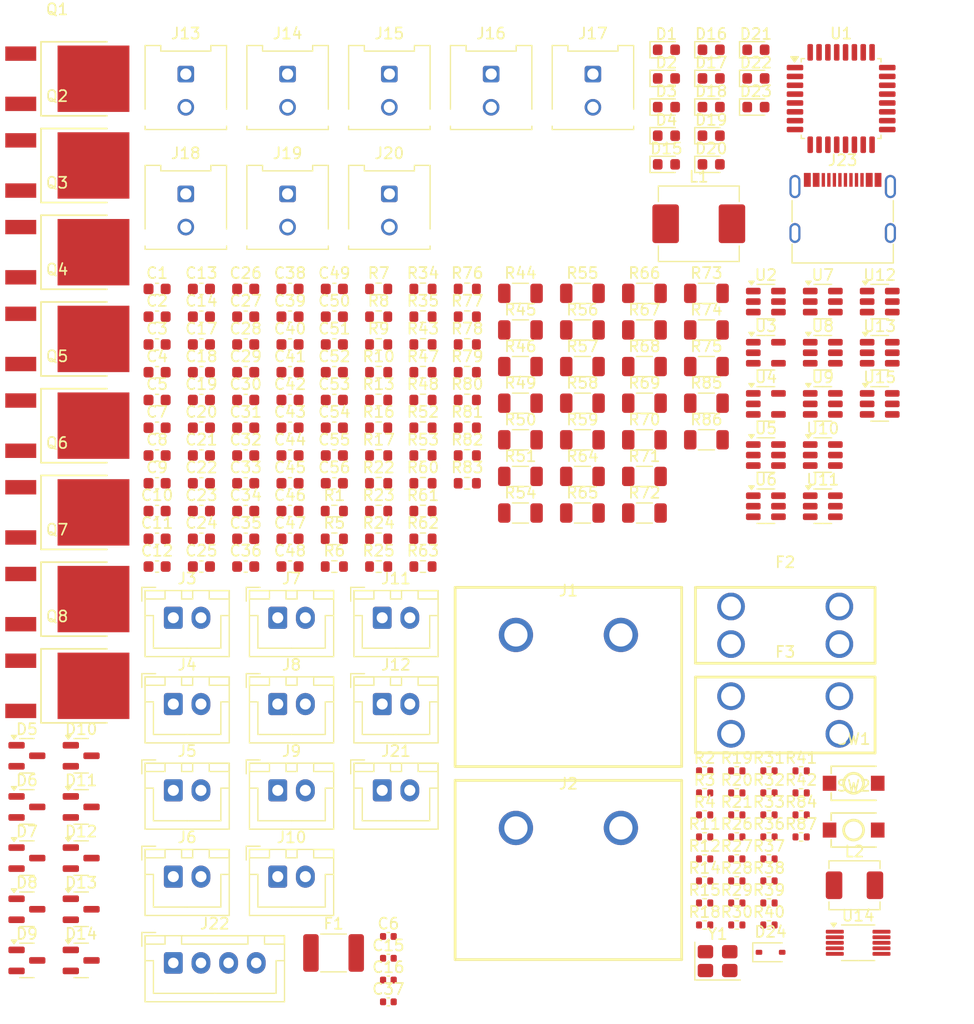
<source format=kicad_pcb>
(kicad_pcb (version 20241229) (generator "pcbnew") (generator_version "9.0")
  (layers (0 "F.Cu" signal) (2 "B.Cu" signal) (13 "F.Paste" user) (15 "B.Paste" user) (5 "F.SilkS" user "F.Silkscreen") (7 "B.SilkS" user "B.Silkscreen") (1 "F.Mask" user) (3 "B.Mask" user) (25 "Edge.Cuts" user))
  (net 0 "")
  (net 1 "+24V")
  (net 2 "GND")
  (net 3 "Net-(U2-BOOT)")
  (net 4 "Net-(U2-SW)")
  (net 5 "+5V")
  (net 6 "Net-(U2-FB)")
  (net 7 "Net-(C6-Pad1)")
  (net 8 "+3.3VA")
  (net 9 "+3.3V")
  (net 10 "Net-(U1-PF0)")
  (net 11 "Net-(U1-PF1)")
  (net 12 "RST")
  (net 13 "TH0")
  (net 14 "TH1")
  (net 15 "TH2")
  (net 16 "TH3")
  (net 17 "TH4")
  (net 18 "TH5")
  (net 19 "TH6")
  (net 20 "TH7")
  (net 21 "TH8")
  (net 22 "TH9")
  (net 23 "Net-(U6-SW)")
  (net 24 "Net-(U6-BOOT)")
  (net 25 "+12V")
  (net 26 "Net-(U6-FB)")
  (net 27 "Net-(C37-Pad1)")
  (net 28 "VBUS")
  (net 29 "Net-(D1-A)")
  (net 30 "Net-(D2-A)")
  (net 31 "Net-(D3-A)")
  (net 32 "Net-(D4-A)")
  (net 33 "Net-(D5-K-Pad3)")
  (net 34 "Net-(D6-K-Pad3)")
  (net 35 "Net-(D7-K-Pad3)")
  (net 36 "Net-(D8-K-Pad3)")
  (net 37 "Net-(D9-K-Pad3)")
  (net 38 "Net-(D10-K-Pad3)")
  (net 39 "Net-(D11-K-Pad3)")
  (net 40 "Net-(D12-K-Pad3)")
  (net 41 "Net-(D13-K-Pad3)")
  (net 42 "Net-(D14-K-Pad3)")
  (net 43 "Net-(D15-A)")
  (net 44 "Net-(D16-K)")
  (net 45 "Net-(D16-A)")
  (net 46 "Net-(D17-A)")
  (net 47 "Net-(D17-K)")
  (net 48 "Net-(D18-K)")
  (net 49 "Net-(D18-A)")
  (net 50 "Net-(D19-A)")
  (net 51 "Net-(D19-K)")
  (net 52 "Net-(D20-A)")
  (net 53 "Net-(D20-K)")
  (net 54 "Net-(D21-K)")
  (net 55 "Net-(D21-A)")
  (net 56 "Net-(D22-A)")
  (net 57 "Net-(D22-K)")
  (net 58 "Net-(D23-A)")
  (net 59 "Net-(D23-K)")
  (net 60 "Net-(F1-Pad1)")
  (net 61 "Net-(J1-Pin_1)")
  (net 62 "Net-(J2-Pin_1)")
  (net 63 "Net-(J3-Pin_2)")
  (net 64 "Net-(J4-Pin_2)")
  (net 65 "Net-(J5-Pin_2)")
  (net 66 "Net-(J6-Pin_2)")
  (net 67 "Net-(J7-Pin_2)")
  (net 68 "Net-(J8-Pin_2)")
  (net 69 "Net-(J9-Pin_2)")
  (net 70 "Net-(J10-Pin_2)")
  (net 71 "Net-(J11-Pin_2)")
  (net 72 "Net-(J12-Pin_2)")
  (net 73 "RX")
  (net 74 "TX")
  (net 75 "SWCLK")
  (net 76 "SWDIO")
  (net 77 "D_-")
  (net 78 "D_+")
  (net 79 "CC1")
  (net 80 "CC2")
  (net 81 "Net-(Q1-G)")
  (net 82 "Net-(Q2-G)")
  (net 83 "Net-(Q3-G)")
  (net 84 "Net-(Q4-G)")
  (net 85 "Net-(Q5-G)")
  (net 86 "Net-(Q6-G)")
  (net 87 "Net-(Q7-G)")
  (net 88 "Net-(Q8-G)")
  (net 89 "BOOT")
  (net 90 "Net-(R9-Pad2)")
  (net 91 "Net-(U5-OUTH)")
  (net 92 "Net-(R44-Pad2)")
  (net 93 "Net-(U5-OUTL)")
  (net 94 "Net-(R49-Pad2)")
  (net 95 "Net-(U7-OUTH)")
  (net 96 "Net-(U7-OUTL)")
  (net 97 "Net-(R54-Pad2)")
  (net 98 "Net-(U8-OUTH)")
  (net 99 "Net-(U8-OUTL)")
  (net 100 "Net-(U9-OUTH)")
  (net 101 "Net-(R56-Pad2)")
  (net 102 "Net-(U9-OUTL)")
  (net 103 "Net-(U10-OUTH)")
  (net 104 "Net-(R64-Pad2)")
  (net 105 "Net-(U10-OUTL)")
  (net 106 "Net-(R66-Pad2)")
  (net 107 "Net-(U11-OUTH)")
  (net 108 "Net-(U11-OUTL)")
  (net 109 "Net-(U12-OUTH)")
  (net 110 "Net-(R68-Pad2)")
  (net 111 "Net-(U12-OUTL)")
  (net 112 "Net-(R70-Pad2)")
  (net 113 "Net-(U13-OUTH)")
  (net 114 "Net-(U13-OUTL)")
  (net 115 "Net-(U14-TXD)")
  (net 116 "Net-(U14-RXD)")
  (net 117 "HEATER7")
  (net 118 "HEATER6")
  (net 119 "HEATER0")
  (net 120 "HEATER1")
  (net 121 "HEATER3")
  (net 123 "HEATER2")
  (net 124 "HEATER5")
  (net 125 "HEATER4")
  (footprint "Resistor_SMD:R_0402_1005Metric" (layer "F.Cu") (at 157.4775 105.43)
    (property "Reference" "R87")
    (property "Value" "5.1K")
  )
  (footprint "Package_TO_SOT_SMD:SOT-23-6" (layer "F.Cu") (at 154.2875 70.91)
    (property "Reference" "U5")
    (property "Value" "UCC27511ADBV")
  )
  (footprint "LED_SMD:LED_0603_1608Metric" (layer "F.Cu") (at 153.3875 39.45)
    (property "Reference" "D23")
    (property "Value" "LED")
  )
  (footprint "Connector_JST:JST_XH_B2B-XH-A_1x02_P2.50mm_Vertical" (layer "F.Cu") (at 110.1175 93.42)
    (property "Reference" "J8")
    (property "Value" "TH5")
  )
  (footprint "Resistor_SMD:R_0603_1608Metric" (layer "F.Cu") (at 123.2575 75.97)
    (property "Reference" "R61")
    (property "Value" "100k")
  )
  (footprint "Resistor_SMD:R_0603_1608Metric" (layer "F.Cu") (at 119.2475 75.97)
    (property "Reference" "R23")
    (property "Value" "4.7k")
  )
  (footprint "Capacitor_SMD:C_0603_1608Metric" (layer "F.Cu") (at 99.1975 75.97)
    (property "Reference" "C10")
    (property "Value" "1uF")
  )
  (footprint "Connector_JST:JST_XH_B2B-XH-A_1x02_P2.50mm_Vertical" (layer "F.Cu") (at 119.5675 85.62)
    (property "Reference" "J11")
    (property "Value" "TH6")
  )
  (footprint "Resistor_SMD:R_1206_3216Metric" (layer "F.Cu") (at 137.6875 56.29)
    (property "Reference" "R55")
    (property "Value" "12")
  )
  (footprint "Resistor_SMD:R_0603_1608Metric" (layer "F.Cu") (at 119.2475 65.93)
    (property "Reference" "R13")
    (property "Value" "4.7k")
  )
  (footprint "Resistor_SMD:R_0402_1005Metric" (layer "F.Cu") (at 151.6575 113.39)
    (property "Reference" "R30")
    (property "Value" "2.37k")
  )
  (footprint "Resistor_SMD:R_1206_3216Metric" (layer "F.Cu") (at 148.9075 69.53)
    (property "Reference" "R86")
    (property "Value" "0")
  )
  (footprint "Resistor_SMD:R_0603_1608Metric" (layer "F.Cu") (at 119.2475 60.91)
    (property "Reference" "R9")
    (property "Value" "1k")
  )
  (footprint "Resistor_SMD:R_0603_1608Metric" (layer "F.Cu") (at 123.2575 70.95)
    (property "Reference" "R53")
    (property "Value" "4.7k")
  )
  (footprint "Resistor_SMD:R_0402_1005Metric" (layer "F.Cu") (at 151.6575 105.43)
    (property "Reference" "R26")
    (property "Value" "2.37k")
  )
  (footprint "LED_SMD:LED_0603_1608Metric" (layer "F.Cu") (at 149.3375 34.27)
    (property "Reference" "D16")
    (property "Value" "LED")
  )
  (footprint "Resistor_SMD:R_0402_1005Metric" (layer "F.Cu") (at 151.6575 109.41)
    (property "Reference" "R28")
    (property "Value" "2.37k")
  )
  (footprint "Capacitor_SMD:C_0603_1608Metric" (layer "F.Cu") (at 99.1975 70.95)
    (property "Reference" "C8")
    (property "Value" "0.1uF")
  )
  (footprint "Package_TO_SOT_SMD:SOT-23-6" (layer "F.Cu") (at 159.4375 61.66)
    (property "Reference" "U8")
    (property "Value" "UCC27511ADBV")
  )
  (footprint "Resistor_SMD:R_0603_1608Metric" (layer "F.Cu") (at 123.2575 68.44)
    (property "Reference" "R52")
    (property "Value" "100k")
  )
  (footprint "Package_TO_SOT_SMD:SOT-23-6" (layer "F.Cu") (at 159.4375 66.285)
    (property "Reference" "U9")
    (property "Value" "UCC27511ADBV")
  )
  (footprint "Resistor_SMD:R_1206_3216Metric" (layer "F.Cu") (at 137.6875 59.6)
    (property "Reference" "R56")
    (property "Value" "68")
  )
  (footprint "Resistor_SMD:R_0603_1608Metric" (layer "F.Cu") (at 123.2575 63.42)
    (property "Reference" "R47")
    (property "Value" "4.7k")
  )
  (footprint "LED_SMD:LED_0603_1608Metric" (layer "F.Cu") (at 149.3375 42.04)
    (property "Reference" "D19")
    (property "Value" "LED")
  )
  (footprint "Resistor_SMD:R_0603_1608Metric" (layer "F.Cu") (at 127.2675 68.44)
    (property "Reference" "R81")
    (property "Value" "4.7k")
  )
  (footprint "Capacitor_SMD:C_0603_1608Metric" (layer "F.Cu") (at 115.2375 68.44)
    (property "Reference" "C54")
    (property "Value" "0.1uF")
  )
  (footprint "Resistor_SMD:R_0603_1608Metric" (layer "F.Cu") (at 115.2375 80.99)
    (property "Reference" "R6")
    (property "Value" "1k")
  )
  (footprint "Connector_Molex:Molex_Micro-Fit_3.0_43045-0212_2x01_P3.00mm_Vertical" (layer "F.Cu") (at 101.7975 36.47)
    (property "Reference" "J13")
    (property "Value" "HEATER0")
  )
  (footprint "Capacitor_SMD:C_0603_1608Metric" (layer "F.Cu") (at 99.1975 78.48)
    (property "Reference" "C11")
    (property "Value" "0.1uF")
  )
  (footprint "LED_SMD:LED_0603_1608Metric" (layer "F.Cu") (at 145.2875 34.27)
    (property "Reference" "D1")
    (property "Value" "LED")
  )
  (footprint "Capacitor_SMD:C_0603_1608Metric" (layer "F.Cu") (at 111.2275 65.93)
    (property "Reference" "C42")
    (property "Value" "0.1uF")
  )
  (footprint "Resistor_SMD:R_0402_1005Metric" (layer "F.Cu") (at 151.6575 101.45)
    (property "Reference" "R20")
    (property "Value" "2.37k")
  )
  (footprint "Resistor_SMD:R_0603_1608Metric" (layer "F.Cu") (at 119.2475 70.95)
    (property "Reference" "R17")
    (property "Value" "4.7k")
  )
  (footprint "Resistor_SMD:R_0402_1005Metric" (layer "F.Cu") (at 154.5675 103.44)
    (property "Reference" "R33")
    (property "Value" "2.37k")
  )
  (footprint "Package_TO_SOT_SMD:SOT-23-5" (layer "F.Cu") (at 154.2875 61.66)
    (property "Reference" "U3")
    (property "Value" "TLV73333PDBV")
  )
  (footprint "Capacitor_SMD:C_0603_1608Metric" (layer "F.Cu") (at 111.2275 55.89)
    (property "Reference" "C38")
    (property "Value" "22uF")
  )
  (footprint "easyeda2kicad:TO-252-2_L6.6-W6.1-P4.57-LS9.9-TL-CW" (layer "F.Cu") (at 90.1525 68.25)
    (property "Reference" "Q5")
    (property "Value" "AOD4184A")
  )
  (footprint "Resistor_SMD:R_0603_1608Metric" (layer "F.Cu") (at 127.2675 73.46)
    (property "Reference" "R83")
    (property "Value" "4.7k")
  )
  (footprint "Resistor_SMD:R_1206_3216Metric" (layer "F.Cu") (at 137.6875 62.91)
    (property "Reference" "R57")
    (property "Value" "12")
  )
  (footprint "Resistor_SMD:R_0402_1005Metric" (layer "F.Cu") (at 148.7475 107.42)
    (property "Reference" "R12")
    (property "Value" "2.37k")
  )
  (footprint "Resistor_SMD:R_0603_1608Metric" (layer "F.Cu") (at 127.2675 58.4)
    (property "Reference" "R77")
    (property "Value" "100k")
  )
  (footprint "Capacitor_SMD:C_0603_1608Metric" (layer "F.Cu") (at 107.2175 73.46)
    (property "Reference" "C33")
    (property "Value" "10uF")
  )
  (footprint "LED_SMD:LED_0603_1608Metric" (layer "F.Cu") (at 149.3375 39.45)
    (property "Reference" "D18")
    (property "Value" "LED")
  )
  (footprint "Capacitor_SMD:C_0603_1608Metric" (layer "F.Cu") (at 115.2375 58.4)
    (property "Reference" "C50")
    (property "Value" "10uF")
  )
  (footprint "Package_TO_SOT_SMD:SOT-23" (layer "F.Cu") (at 92.3275 107.345)
    (property "Reference" "D12")
    (property "Value" "BAV99")
  )
  (footprint "Connector_JST:JST_XH_B2B-XH-A_1x02_P2.50mm_Vertical" (layer "F.Cu") (at 119.5675 101.22)
    (property "Reference" "J21")
    (property "Value" "UART")
  )
  (footprint "Package_TO_SOT_SMD:SOT-23" (layer "F.Cu") (at 87.4175 98.095)
    (property "Reference" "D5")
    (property "Value" "BAV99")
  )
  (footprint "Capacitor_SMD:C_0603_1608Metric" (layer "F.Cu") (at 99.1975 60.91)
    (property "Reference" "C3")
    (property "Value" "0.1uF")
  )
  (footprint "Resistor_SMD:R_1206_3216Metric" (layer "F.Cu") (at 143.2975 76.15)
    (property "Reference" "R72")
    (property "Value" "0")
  )
  (footprint "Capacitor_SMD:C_0603_1608Metric" (layer "F.Cu") (at 99.1975 63.42)
    (property "Reference" "C4")
    (property "Value" "22uF")
  )
  (footprint "Resistor_SMD:R_1206_3216Metric" (layer "F.Cu") (at 137.6875 69.53)
    (property "Reference" "R59")
    (property "Value" "0")
  )
  (footprint "Resistor_SMD:R_1206_3216Metric" (layer "F.Cu") (at 143.2975 62.91)
    (property "Reference" "R68")
    (property "Value" "68")
  )
  (footprint "Connector_JST:JST_XH_B4B-XH-A_1x04_P2.50mm_Vertical" (layer "F.Cu") (at 100.6675 116.82)
    (property "Reference" "J22")
    (property "Value" "SWD")
  )
  (footprint "Resistor_SMD:R_0402_1005Metric" (layer "F.Cu") (at 154.5675 111.4)
    (property "Reference" "R39")
    (property "Value" "2.37k")
  )
  (footprint "Capacitor_SMD:C_0603_1608Metric" (layer "F.Cu") (at 99.1975 68.44)
    (property "Reference" "C7")
    (property "Value" "0.1uF")
  )
  (footprint "LED_SMD:LED_0603_1608Metric" (layer "F.Cu") (at 149.3375 44.63)
    (property "Reference" "D20")
    (property "Value" "LED")
  )
  (footprint "Connector_Molex:Molex_Micro-Fit_3.0_43045-0212_2x01_P3.00mm_Vertical" (layer "F.Cu") (at 129.4275 36.47)
    (property "Reference" "J16")
    (property "Value" "HEATER3")
  )
  (footprint "Resistor_SMD:R_0603_1608Metric" (layer "F.Cu") (at 127.2675 63.42)
    (property "Reference" "R79")
    (property "Value" "100k")
  )
  (footprint "Capacitor_SMD:C_0402_1005Metric" (layer "F.Cu") (at 120.1275 120.34)
    (property "Reference" "C37")
    (property "Value" "75pF")
  )
  (footprint "Capacitor_SMD:C_0603_1608Metric" (layer "F.Cu") (at 103.2075 70.95)
    (property "Reference" "C21")
    (property "Value" "1uF")
  )
  (footprint "Connector_JST:JST_XH_B2B-XH-A_1x02_P2.50mm_Vertical" (layer "F.Cu") (at 110.1175 85.62)
    (property "Reference" "J7")
    (property "Value" "TH4")
  )
  (footprint "Resistor_SMD:R_0603_1608Metric" (layer "F.Cu") (at 115.2375 75.97)
    (property "Reference" "R1")
    (property "Value" "4.7k")
  )
  (footprint "LED_SMD:LED_0603_1608Metric" (layer "F.Cu") (at 145.2875 36.86)
    (property "Reference" "D2")
    (property "Value" "LED")
  )
  (footprint "Capacitor_SMD:C_0603_1608Metric" (layer "F.Cu") (at 99.1975 65.93)
    (property "Reference" "C5")
    (property "Value" "22uF")
  )
  (footprint "Connector_JST:JST_XH_B2B-XH-A_1x02_P2.50mm_Vertical" (layer "F.Cu") (at 110.1175 101.22)
    (property "Reference" "J9")
    (property "Value" "TH6")
  )
  (footprint "Resistor_SMD:R_0402_1005Metric" (layer "F.Cu") (at 154.5675 107.42)
    (property "Reference" "R37")
    (property "Value" "2.37k")
  )
  (footprint "Package_TO_SOT_SMD:SOT-23-6" (layer "F.Cu") (at 164.5875 57.035)
    (property "Reference" "U12")
    (property "Value" "UCC27511ADBV")
  )
  (footprint "Package_TO_SOT_SMD:SOT-23-6" (layer "F.Cu") (at 159.4375 57.035)
    (property "Reference" "U7")
    (property "Value" "UCC27511ADBV")
  )
  (footprint "Crystal:Crystal_SMD_3225-4Pin_3.2x2.5mm" (layer "F.Cu") (at 149.9175 116.66)
    (property "Reference" "Y1")
    (property "Value" "24MHz")
  )
  (footprint "Capacitor_SMD:C_0603_1608Metric" (layer "F.Cu") (at 103.2075 60.91)
    (property "Reference" "C17")
    (property "Value" "0.1uF")
  )
  (footprint "LED_SMD:LED_0603_1608Metric" (layer "F.Cu") (at 145.2875 42.04)
    (property "Reference" "D4")
    (property "Value" "LED")
  )
  (footprint "Capacitor_SMD:C_0603_1608Metric" (layer "F.Cu") (at 111.2275 75.97)
    (property "Reference" "C46")
    (property "Value" "0.1uF")
  )
  (footprint "Resistor_SMD:R_0603_1608Metric" (layer "F.Cu") (at 119.2475 68.44)
    (property "Reference" "R16")
    (property "Value" "4.7k")
  )
  (footprint "Capacitor_SMD:C_0402_1005Metric" (layer "F.Cu") (at 120.1275 114.43)
    (property "Reference" "C6")
    (property "Value" "75pF")
  )
  (footprint "Connector_Molex:Molex_Micro-Fit_3.0_43045-0212_2x01_P3.00mm_Vertical" (layer "F.Cu") (at 120.2175 47.3)
    (property "Reference" "J20")
    (property "Value" "HEATER7")
  )
  (footprint "Capacitor_SMD:C_0603_1608Metric" (layer "F.Cu") (at 103.2075 75.97)
    (property "Reference" "C23")
    (property "Value" "0.1uF")
  )
  (footprint "Resistor_SMD:R_0402_1005Metric" (layer "F.Cu") (at 157.4775 101.45)
    (property "Reference" "R42")
    (property "Value" "5.23k")
  )
  (footprint "Resistor_SMD:R_0603_1608Metric" (layer "F.Cu") (at 119.2475 63.42)
    (property "Reference" "R10")
    (property "Value" "4.7k")
  )
  (footprint "easyeda2kicad:TO-252-2_L6.6-W6.1-P4.57-LS9.9-TL-CW" (layer "F.Cu") (at 90.1525 83.93)
    (property "Reference" "Q7")
    (property "Value" "AOD4184A")
  )
  (footprint "Capacitor_SMD:C_0603_1608Metric" (layer "F.Cu") (at 111.2275 73.46)
    (property "Reference" "C45")
    (property "Value" "0.1uF")
  )
  (footprint "easyeda2kicad:CONN-TH_2P-P9.50_DBT50G-9.5-2P" (layer "F.Cu") (at 136.4175 87.17)
    (property "Reference" "J1")
    (property "Value" "Conn_01x02_Socket")
  )
  (footprint "Resistor_SMD:R_0402_1005Metric" (layer "F.Cu") (at 148.7475 113.39)
    (property "Reference" "R18")
    (property "Value" "2.37k")
  )
  (footprint "easyeda2kicad:FUSE-TH_4P-L16.0-W6.7" (layer "F.Cu") (at 156.0375 86.3)
    (property "Reference" "F2")
    (property "Value" "20A")
  )
  (footprint "Capacitor_SMD:C_0603_1608Metric" (layer "F.Cu") (at 107.2175 65.93)
    (property "Reference" "C30")
    (property "Value" "0.1uF")
  )
  (footprint "Capacitor_SMD:C_0603_1608Metric" (layer "F.Cu") (at 115.2375 63.42)
    (property "Reference" "C52")
    (property "Value" "0.1uF")
  )
  (footprint "Capacitor_SMD:C_0603_1608Metric" (layer "F.Cu") (at 99.1975 55.89)
    (property "Reference" "C1")
    (property "Value" "10uF")
  )
  (footprint "Resistor_SMD:R_0402_1005Metric" (layer "F.Cu") (at 148.7475 109.41)
    (property "Reference" "R14")
    (property "Value" "2.37k")
  )
  (footprint "Resistor_SMD:R_1206_3216Metric" (layer "F.Cu") (at 143.2975 56.29)
    (property "Reference" "R66")
    (property "Value" "68")
  )
  (footprint "Connector_Molex:Molex_Micro-Fit_3.0_43045-0212_2x01_P3.00mm_Vertical" (layer "F.Cu") (at 120.2175 36.47)
    (property "Reference" "J15")
    (property "Value" "HEATER2")
  )
  (footprint "Package_TO_SOT_SMD:SOT-23" (layer "F.Cu") (at 92.3275 116.595)
    (property "Reference" "D14")
    (property "Value" "BAV99")
  )
  (footprint "Resistor_SMD:R_0402_1005Metric" (layer "F.Cu") (at 151.6575 111.4)
    (property "Reference" "R29")
    (property "Value" "2.37k")
  )
  (footprint "Resistor_SMD:R_0603_1608Metric" (layer "F.Cu") (at 123.2575 65.93)
    (property "Reference" "R48")
    (property "Value" "100k")
  )
  (footprint "easyeda2kicad:TO-252-2_L6.6-W6.1-P4.57-LS9.9-TL-CW" (layer "F.Cu") (at 90.1525 76.09)
    (property "Reference" "Q6")
    (property "Value" "AOD4184A")
  )
  (footprint "Resistor_SMD:R_0402_1005Metric" (layer "F.Cu") (at 154.5675 109.41)
    (property "Reference" "R38")
    (property "Value" "2.37k")
  )
  (footprint "Resistor_SMD:R_1206_3216Metric" (layer "F.Cu") (at 132.0775 76.15)
    (property "Reference" "R54")
    (property "Value" "68")
  )
  (footprint "Resistor_SMD:R_1206_3216Metric" (layer "F.Cu") (at 148.9075 62.91)
    (property "Reference" "R75")
    (property "Value" "0")
  )
  (footprint "Capacitor_SMD:C_0603_1608Metric" (layer "F.Cu") (at 111.2275 60.91)
    (property "Reference" "C40")
    (property "Value" "10uF")
  )
  (footprint "Resistor_SMD:R_0603_1608Metric" (layer "F.Cu") (at 127.2675 70.95)
    (property "Reference" "R82")
    (property "Value" "4.7k")
  )
  (footprint "Capacitor_SMD:C_0603_1608Metric" (layer "F.Cu") (at 99.1975 73.46)
    (property "Reference" "C9")
    (property "Value" "1uF")
  )
  (footprint "Capacitor_SMD:C_0603_1608Metric" (layer "F.Cu") (at 111.2275 70.95)
    (property "Reference" "C44")
    (property "Value" "10uF")
  )
  (footprint "Resistor_SMD:R_1206_3216Metric" (layer "F.Cu") (at 143.2975 66.22)
    (property "Reference" "R69")
    (property "Value" "12")
  )
  (footprint "Capacitor_SMD:C_0603_1608Metric" (layer "F.Cu") (at 107.2175 80.99)
    (property "Reference" "C36")
    (property "Value" "22uF")
  )
  (footprint "easyeda2kicad:FUSE-TH_4P-L16.0-W6.7" (layer "F.Cu") (at 156.0375 94.41)
    (property "Reference" "F3")
    (property "Value" "20A")
  )
  (footprint "Package_TO_SOT_SMD:SOT-23-6" (layer "F.Cu") (at 159.4375 75.535)
    (property "Reference" "U11")
    (property "Value" "UCC27511ADBV")
  )
  (footprint "Connector_Molex:Molex_Micro-Fit_3.0_43045-0212_2x01_P3.00mm_Vertical" (layer "F.Cu") (at 111.0075 47.3)
    (property "Reference" "J19")
    (property "Value" "HEATER6")
  )
  (footprint "Resistor_SMD:R_0402_1005Metric" (layer "F.Cu") (at 154.5675 99.46)
    (property "Reference" "R31")
    (property "Value" "2.37k")
  )
  (footprint "Resistor_SMD:R_0603_1608Metric" (layer "F.Cu") (at 123.2575 80.99)
    (property "Reference" "R63")
    (property "Value" "4.7k")
  )
  (footprint "Capacitor_SMD:C_0603_1608Metric" (layer "F.Cu") (at 103.2075 55.89)
    (property "Reference" "C13")
    (property "Value" "0.1uF")
  )
  (footprint "Resistor_SMD:R_1206_3216Metric" (layer "F.Cu") (at 132.0775 72.84)
    (property "Reference" "R51")
    (property "Value" "0")
  )
  (footprint "Resistor_SMD:R_0603_1608Metric" (layer "F.Cu") (at 123.2575 55.89)
    (property "Reference" "R34")
    (property "Value" "4.7k")
  )
  (footprint "Resistor_SMD:R_0402_1005Metric" (layer "F.Cu") (at 148.7475 99.46)
    (property "Reference" "R2")
    (property "Value" "50")
  )
  (footprint "Resistor_SMD:R_1206_3216Metric" (layer "F.Cu") (at 132.0775 62.91)
    (property "Reference" "R46")
    (property "Value" "0")
  )
  (footprint "Resistor_SMD:R_1206_3216Metric" (layer "F.Cu") (at 132.0775 66.22)
    (property "Reference" "R49")
    (property "Value" "68")
  )
  (footprint "Resistor_SMD:R_0402_1005Metric" (layer "F.Cu") (at 154.5675 101.45)
    (property "Reference" "R32")
    (property "Value" "2.37k")
  )
  (footprint "Capacitor_SMD:C_0603_1608Metric" (layer "F.Cu") (at 111.2275 80.99)
    (property "Reference" "C48")
    (property "Value" "10uF")
  )
  (footprint "Package_TO_SOT_SMD:SOT-23-6" (layer "F.Cu") (at 159.4375 70.91)
    (property "Reference" "U10")
    (property "Value" "UCC27511ADBV")
  )
  (footprint "Resistor_SMD:R_0603_1608Metric" (layer "F.Cu") (at 119.2475 73.46)
    (property "Reference" "R22")
    (property "Value" "4.7k")
  )
  (footprint "easyeda2kicad:TO-252-2_L6.6-W6.1-P4.57-LS9.9-TL-CW" (layer "F.Cu") (at 90.1525 52.57)
    (property "Reference" "Q3")
    (property "Value" "AOD4184A")
  )
  (footprint "Capacitor_SMD:C_0603_1608Metric" (layer "F.Cu") (at 103.2075 80.99)
    (property "Reference" "C25")
    (property "Value" "0.1uF")
  )
  (footprint "Resistor_SMD:R_1206_3216Metric" (layer "F.Cu") (at 143.2975 69.53)
    (property "Reference" "R70")
    (property "Value" "68")
  )
  (footprint "Package_TO_SOT_SMD:SOT-23-6" (layer "F.Cu") (at 164.5875 66.285)
    (property "Reference" "U15")
    (property "Value" "SRV05-4")
  )
  (footprint "Connector_Molex:Molex_Micro-Fit_3.0_43045-0212_2x01_P3.00mm_Vertical" (layer "F.Cu") (at 138.6375 36.47)
    (property "Reference" "J17")
    (property "Value" "HEATER4")
  )
  (footprint "Resistor_SMD:R_0402_1005Metric" (layer "F.Cu") (at 148.7475 111.4)
    (property "Reference" "R15")
    (property "Value" "2.37k")
  )
  (footprint "Resistor_SMD:R_0603_1608Metric" (layer "F.Cu") (at 123.2575 78.48)
    (property "Reference" "R62")
    (property "Value" "4.7k")
  )
  (footprint "Capacitor_SMD:C_0603_1608Metric" (layer "F.Cu") (at 115.2375 70.95)
    (property "Reference" "C55")
    (property "Value" "0.1uF")
  )
  (footprint "Resistor_SMD:R_1206_3216Metric" (layer "F.Cu") (at 132.0775 69.53)
    (property "Reference" "R50")
    (property "Value" "12")
  )
  (footprint "Package_TO_SOT_SMD:SOT-23-5" (layer "F.Cu") (at 154.2875 66.285)
    (property "Reference" "U4")
    (property "Value" "TLV73333PDBV")
  )
  (footprint "Capacitor_SMD:C_0603_1608Metric" (layer "F.Cu") (at 115.2375 60.91)
    (property "Reference" "C51")
    (property "Value" "0.1uF")
  )
  (footprint "easyeda2kicad:TO-252-2_L6.6-W6.1-P4.57-LS9.9-TL-CW" (layer "F.Cu") (at 90.1525 91.77)
    (property "Reference" "Q8")
    (property "Value" "AOD4184A")
  )
  (footprint "Capacitor_SMD:C_0603_1608Metric" (layer "F.Cu") (at 99.1975 58.4)
    (property "Reference" "C2")
    (property "Value" "0.1uF")
  )
  (footprint "Resistor_SMD:R_0603_1608Metric" (layer "F.Cu") (at 119.2475 58.4)
    (property "Reference" "R8")
    (property "Value" "10k")
  )
  (footprint "Capacitor_SMD:C_0603_1608Metric" (layer "F.Cu") (at 115.2375 55.89)
    (property "Reference" "C49")
    (property "Value" "10uF")
  )
  (footprint "Resistor_SMD:R_0603_1608Metric" (layer "F.Cu") (at 119.2475 55.89)
    (property "Reference" "R7")
    (property "Value" "1k")
  )
  (footprint "LED_SMD:LED_0603_1608Metric" (layer "F.Cu") (at 149.3375 36.86)
    (property "Reference" "D17")
    (property "Value" "LED")
  )
  (footprint "Resistor_SMD:R_1206_3216Metric" (layer "F.Cu") (at 143.2975 59.6)
    (property "Reference" "R67")
    (property "Value" "12")
  )
  (footprint "Resistor_SMD:R_0603_1608Metric" (layer "F.Cu") (at 127.2675 55.89)
    (property "Reference" "R76")
    (property "Value" "100k")
  )
  (footprint "Diode_SMD:D_SOD-323" (layer "F.Cu") (at 154.7125 115.86)
    (property "Reference" "D24")
    (property "Value" "CUS10S30")
  )
  (footprint "Resistor_SMD:R_0402_1005Metric" (layer "F.Cu") (at 151.6575 107.42)
    (property "Reference" "R27")
    (property "Value" "2.37k")
  )
  (footprint "Resistor_SMD:R_0603_1608Metric" (layer "F.Cu") (at 127.2675 60.91)
    (property "Reference" "R78")
    (property "Value" "100k")
  )
  (footprint "Resistor_SMD:R_0402_1005Metric" (layer "F.Cu") (at 157.4775 103.44)
    (property "Reference" "R84")
    (property "Value" "5.1K")
  )
  (footprint "Package_TO_SOT_SMD:SOT-23" (layer "F.Cu") (at 87.4175 116.595)
    (property "Reference" "D9")
    (property "Value" "BAV99")
  )
  (footprint "Capacitor_SMD:C_0603_1608Metric" (layer "F.Cu") (at 107.2175 58.4)
    (property "Reference" "C27")
    (property "Value" "0.1uF")
  )
  (footprint "Connector_JST:JST_XH_B2B-XH-A_1x02_P2.50mm_Vertical" (layer "F.Cu") (at 100.6675 101.22)
    (property "Reference" "J5")
    (property "Value" "TH2")
  )
  (footprint "Resistor_SMD:R_0402_1005Metric" (layer "F.Cu") (at 154.5675 105.43)
    (property "Reference" "R36")
    (property "Value" "2.37k")
  )
  (footprint "LED_SMD:LED_0603_1608Metric" (layer "F.Cu") (at 153.3875 34.27)
    (property "Reference" "D21")
    (property "Value" "LED")
  )
  (footprint "Resistor_SMD:R_0402_1005Metric" (layer "F.Cu") (at 148.7475 105.43)
    (property "Reference" "R11")
    (property "Value" "2.37k")
  )
  (footprint "Resistor_SMD:R_0402_1005Metric" (layer "F.Cu") (at 154.5675 113.39)
    (property "Reference" "R40")
    (property "Value" "50")
  )
  (footprint "Package_TO_SOT_SMD:SOT-23" (layer "F.Cu") (at 87.4175 111.97)
    (property "Reference" "D8")
    (property "Value" "BAV99")
  )
  (footprint "Package_TO_SOT_SMD:SOT-23-6" (layer "F.Cu") (at 154.2875 75.535)
    (property "Reference" "U6")
    (property "Value" "TPS54202DDC")
  )
  (footprint "Capacitor_SMD:C_0603_1608Metric" (layer "F.Cu") (at 103.2075 68.44)
    (property "Reference" "C20")
    (property "Value" "10nF")
  )
  (footprint "easyeda2kicad:CONN-TH_2P-P9.50_DBT50G-9.5-2P" (layer "F.Cu") (at 136.4175 104.62)
    (property "Reference" "J2")
    (property "Value" "Conn_01x02_Socket")
  )
  (footprint "Package_QFP:LQFP-32_7x7mm_P0.8mm" (layer "F.Cu") (at 161.0975 38.68)
    (property "Reference" "U1")
    (property "Value" "STM32F030K6Tx")
  )
  (footprint "Capacitor_SMD:C_0603_1608Metric" (layer "F.Cu") (at 107.2175 55.89)
    (property "Reference" "C26")
    (property "Value" "0.1uF")
  )
  (footprint "Connector_Molex:Molex_Micro-Fit_3.0_43045-0212_2x01_P3.00mm_Vertical" (layer "F.Cu") (at 111.0075 36.47)
    (property "Reference" "J14")
    (property "Value" "HEATER1")
  )
  (footprint "Connector_JST:JST_XH_B2B-XH-A_1x02_P2.50mm_Vertical" (layer "F.Cu") (at 100.6675 85.62)
    (property "Reference" "J3")
    (property "Value" "TH0")
  )
  (footprint "Package_TO_SOT_SMD:SOT-23" (layer "F.Cu") (at 92.3275 102.72)
    (property "Reference" "D11")
    (property "Value" "BAV99")
  )
  (footprint "Package_TO_SOT_SMD:SOT-23" (layer "F.Cu") (at 92.3275 111.97)
    (property "Reference" "D13")
    (property "Value" "BAV99")
  )
  (footprint "Resistor_SMD:R_1206_3216Metric" (layer "F.Cu") (at 137.6875 72.84)
    (property "Reference" "R64")
    (property "Value" "68")
  )
  (footprint "Connector_USB:USB_C_Receptacle_G-Switch_GT-USB-7010ASV" (layer "F.Cu") (at 161.2375 49.76)
    (property "Reference" "J23")
    (property "Value" "USB_C_Receptacle_USB2.0_14P")
  )
  (footprint "Capacitor_SMD:C_0603_1608Metric" (layer "F.Cu") (at 107.2175 60.91)
    (property "Reference" "C28")
    (property "Value" "0.1uF")
  )
  (footprint "Resistor_SMD:R_1206_3216Metric" (layer "F.Cu") (at 132.0775 56.29)
    (property "Reference" "R44")
    (property "Value" "68")
  )
  (footprint "Capacitor_SMD:C_0603_1608Metric" (layer "F.Cu") (at 103.2075 73.46)
    (property "Reference" "C22")
    (property "Value" "0.1uF")
  )
  (footprint "Capacitor_SMD:C_0402_1005Metric" (layer "F.Cu") (at 120.1275 118.37)
    (property "Reference" "C16")
    (property "Value" "14pF")
  )
  (footprint "Resistor_SMD:R_0603_1608Metric" (layer "F.Cu") (at 123.2575 58.4)
    (property "Reference" "R35")
    (property "Value" "4.7k")
  )
  (footprint "Resistor_SMD:R_0603_1608Metric" (layer "F.Cu") (at 127.2675 65.93)
    (property "Reference" "R80")
    (property "Value" "4.7k")
  )
  (footprint "Resistor_SMD:R_1206_3216Metric" (layer "F.Cu") (at 137.6875 66.22)
    (property "Reference" "R58")
    (property "Value" "0")
  )
  (footprint "Capacitor_SMD:C_0402_1005Metric" (layer "F.Cu") (at 120.1275 116.4)
    (property "Reference" "C15")
    (property "Value" "14pF")
  )
  (footprint "Resistor_SMD:R_1206_3216Metric" (layer "F.Cu") (at 148.9075 56.29)
    (property "Reference" "R73")
    (property "Value" "0")
  )
  (footprint "LED_SMD:LED_0603_1608Metric" (layer "F.Cu") (at 153.3875 36.86)
    (property "Reference" "D22")
    (property "Value" "LED")
  )
  (footprint "Connector_JST:JST_XH_B2B-XH-A_1x02_P2.50mm_Vertical" (layer "F.Cu") (at 100.6675 109.02)
    (property "Reference" "J6")
    (property "Value" "TH3")
  )
  (footprint "Resistor_SMD:R_0402_1005Metric" (layer "F.Cu") (at 148.7475 101.45)
    (property "Reference" "R3")
    (property "Value" "100k")
  )
  (footprint "Capacitor_SMD:C_0603_1608Metric" (layer "F.Cu") (at 107.2175 63.42)
    (property "Reference" "C29")
    (property "Value" "0.1uF")
  )
  (footprint "Package_TO_SOT_SMD:SOT-23" (layer "F.Cu") (at 87.4175 102.72)
    (property "Reference" "D6")
    (property "Value" "BAV99")
  )
  (footprint "easyeda2kicad:SW-SMD_L3.9-W3.0-P4.45" (layer "F.Cu") (at 162.2275 104.81)
    (property "Reference" "SW2")
    (property "Value" "SW_Push")
  )
  (footprint "easyeda2kicad:TO-252-2_L6.6-W6.1-P4.57-LS9.9-TL-CW" (layer "F.Cu") (at 90.1525 60.41)
    (property "Reference" "Q4")
    (property "Value" "AOD4184A")
  )
  (footprint "Connector_JST:JST_XH_B2B-XH-A_1x02_P2.50mm_Vertical" (layer "F.Cu") (at 110.1175 109.02)
    (property "Reference" "J10")
    (property "Value" "TH7")
  )
  (footprint "Resistor_SMD:R_0402_1005Metric" (layer "F.Cu") (at 157.4775 99.46)
    (property "Reference" "R41")
    (property "Value" "100k")
  )
  (footprint "Capacitor_SMD:C_0603_1608Metric" (layer "F.Cu") (at 115.2375 73.46)
    (property "Reference" "C56")
    (property "Value" "0.1uF")
  )
  (footprint "Package_SO:MSOP-10_3x3mm_P0.5mm" (layer "F.Cu") (at 162.6375 115)
    (property "Reference" "U14")
    (property "Value" "CH340E")
  )
  (footprint "Resistor_SMD:R_1206_3216Metric" (layer "F.Cu") (at 148.9075 66.22)
    (property "Reference" "R85")
    (property "Value" "0")
  )
  (footprint "easyeda2kicad:TO-252-2_L6.6-W6.1-P4.57-LS9.9-TL-CW" (layer "F.Cu") (at 90.1525 44.73)
    (property "Reference" "Q2")
    (property "Value" "AOD4184A")
  )
  (footprint "Capacitor_SMD:C_0603_1608Metric" (layer "F.Cu") (at 111.2275 68.44)
    (property "Reference" "C43")
    (property "Value" "10uF")
  )
  (footprint "Capacitor_SMD:C_0603_1608Metric" (layer "F.Cu") (at 99.1975 80.99)
    (property "Reference" "C12")
    (property "Value" "1uF")
  )
  (footprint "Resistor_SMD:R_0603_1608Metric" (layer "F.Cu") (at 119.2475 78.48)
    (property "Reference" "R24")
    (property "Value" "4.7k")
  )
  (footprint "Connector_JST:JST_XH_B2B-XH-A_1x02_P2.50mm_Vertical" (layer "F.Cu") (at 119.5675 93.42)
    (property "Reference" "J12")
    (property "Value" "TH7")
  )
  (footprint "Package_TO_SOT_SMD:SOT-23" (layer "F.Cu") (at 87.4175 107.345)
    (property "Reference" "D7")
    (property "Value" "BAV99")
  )
  (footprint "Package_TO_SOT_SMD:SOT-23-6" (layer "F.Cu") (at 154.2875 57.035)
    (property "Reference" "U2")
    (property "Value" "TPS54202DDC")
  )
  (footprint "easyeda2kicad:SW-SMD_L3.9-W3.0-P4.45" (layer "F.Cu") (at 162.2275 100.58)
    (property "Reference" "SW1")
    (property "Value" "SW_Push")
  )
  (footprint "Resistor_SMD:R_0603_1608Metric" (layer "F.Cu") (at 123.2575 60.91)
    (property "Reference" "R43")
    (property "Value" "4.7k")
  )
  (footprint "Capacitor_SMD:C_0603_1608Metric" (layer "F.Cu") (at 103.2075 65.93)
    (property "Reference" "C19")
    (property "Value" "4.7uF")
  )
  (footprint "Capacitor_SMD:C_0603_1608Metric" (layer "F.Cu") (at 107.2175 78.48)
    (property "Reference" "C35")
    (property "Value" "0.1uF")
  )
  (footprint "LED_SMD:LED_0603_1608Metric" (layer "F.Cu") (at 145.2875 39.45)
    (property "Reference" "D3")
    (property "Value" "LED")
  )
  (footprint "easyeda2kicad:TO-252-2_L6.6-W6.1-P4.57-LS9.9-TL-CW" (layer "F.Cu") (at 90.1525 36.89)
    (property "Reference" "Q1")
    (property "Value" "AOD4184A")
  )
  (footprint "Capacitor_SMD:C_0603_1608Metric" (layer "F.Cu") (at 107.2175 68.44)
    (property "Reference" "C31")
    (property "Value" "0.1uF")
  )
  (footprint "Capacitor_SMD:C_0603_1608Metric" (layer "F.Cu") (at 107.2175 70.95)
    (property "Reference" "C32")
    (property "Value" "0.1uF")
  )
  (footprint "Inductor_SMD:L_Sunlord_MWSA0402S" (layer "F.Cu") (at 162.3075 109.8)
    (property "Reference" "L2")
    (property "Value" "22uH")
  )
  (footprint "Connector_JST:JST_XH_B2B-XH-A_1x02_P2.50mm_Vertical" (layer "F.Cu") (at 100.6675 93.42)
    (property "Reference" "J4")
    (property "Value" "TH1")
  )
  (footprint "Resistor_SMD:R_1206_3216Metric" (layer "F.Cu") (at 148.9075 59.6)
    (property "Reference" "R74")
    (property "Value" "0")
  )
  (footprint "Capacitor_SMD:C_0603_1608Metric" (layer "F.Cu") (at 103.2075 78.48)
    (property "Reference" "C24")
    (property "Value" "0.1uF")
  )
  (footprint "Capacitor_SMD:C_0603_1608Metric" (layer "F.Cu") (at 111.2275 63.42)
    (property "Reference" "C41")
    (property "Value" "10uF")
  )
  (footprint "Capacitor_SMD:C_0603_1608Metric" (layer "F.Cu") (at 111.2275 78.48)
    (property "Reference" "C47")
    (property "Value" "10uF")
  )
  (footprint "Resistor_SMD:R_0603_1608Metric" (layer "F.Cu") (at 119.2475 80.99)
    (property "Reference" "R25")
    (property "Value" "4.7k")
  )
  (footprint "Resistor_SMD:R_1206_3216Metric" (layer "F.Cu") (at 137.6875 76.15)
    (property "Reference" "R65")
    (property "Value" "12")
  )
  (footprint "Capacitor_SMD:C_0603_1608Metric" (layer "F.Cu") (at 111.2275 58.4)
    (property "Reference" "C39")
    (property "Value" "0.1uF")
  )
  (footprint "Package_TO_SOT_SMD:SOT-23" (layer "F.Cu") (at 92.3275 98.095)
    (property "Reference" "D10")
    (property "Value" "BAV99")
  )
  (footprint "Resistor_SMD:R_0402_1005Metric" (layer "F.Cu") (at 148.7475 103.44)
    (property "Reference" "R4")
    (property "Value" "13.3k")
  )
  (footprint "Resistor_SMD:R_0603_1608Metric" (layer "F.Cu") (at 123.2575 73.46)
    (property "Reference" "R60")
    (property "Value" "100k")
  )
  (footprint "Resistor_SMD:R_1206_3216Metric" (layer "F.Cu") (at 143.2975 72.84)
    (property "Reference" "R71")
    (property "Value" "12")
  )
  (footprint "Resistor_SMD:R_0402_1005Metric" (layer "F.Cu") (at 151.6575 99.46)
    (property "Reference" "R19")
    (property "Value" "2.37k")
  )
  (footprint "Connector_Molex:Molex_Micro-Fit_3.0_43045-0212_2x01_P3.00mm_Vertical" (layer "F.Cu") (at 101.7975 47.3)
    (property "Reference" "J18")
    (property "Value" "HEATER5")
  )
  (footprint "Capacitor_SMD:C_0603_1608Metric" (layer "F.Cu") (at 115.2375 65.93)
    (property "Reference" "C53")
    (property "Value" "0.1uF")
  )
  (footprint "Capacitor_SMD:C_0603_1608Metric" (layer "F.Cu") (at 103.2075 58.4)
    (property "Reference" "C14")
    (property "Value" "1uF")
  )
  (footprint "Resistor_SMD:R_0402_1005Metric" (layer "F.Cu") (at 151.6575 103.44)
    (property "Reference" "R21")
    (property "Value" "2.37k")
  )
  (footprint "Capacitor_SMD:C_0603_1608Metric" (layer "F.Cu") (at 103.2075 63.42)
    (property "Reference" "C18")
    (property "Value" "0.1uF")
  )
  (footprint "Capacitor_SMD:C_0603_1608Metric" (layer "F.Cu") (at 107.2175 75.97)
    (property "Reference" "C34")
    (property "Value" "0.1uF")
  )
  (footprint "LED_SMD:LED_0603_1608Metric" (layer "F.Cu") (at 145.2875 44.63)
    (property "Reference" "D15")
    (property "Value" "LED")
  )
  (footprint "Resistor_SMD:R_1206_3216Metric" (layer "F.Cu") (at 132.0775 59.6)
    (property "Reference" "R45")
    (property "Value" "12")
  )
  (footprint "Package_TO_SOT_SMD:SOT-23-6" (layer "F.Cu") (at 164.5875 61.66)
    (property "Reference" "U13")
    (property "Value" "UCC27511ADBV")
  )
  (footprint "Resistor_SMD:R_0603_1608Metric" (layer "F.Cu") (at 115.2375 78.48)
    (property "Reference" "R5")
    (property "Value" "1k")
  )
  (footprint "Capacitor_SMD:C_1812_4532Metric" (layer "F.Cu") (at 115.1675 115.92)
    (property "Reference" "F1")
    (property "Value" "1A")
  )
  (footprint "Inductor_SMD:L_TechFuse_SL0650" (layer "F.Cu") (at 148.2175 50)
    (property "Reference" "L1")
    (property "Value" "15uH")
  )
)
</source>
